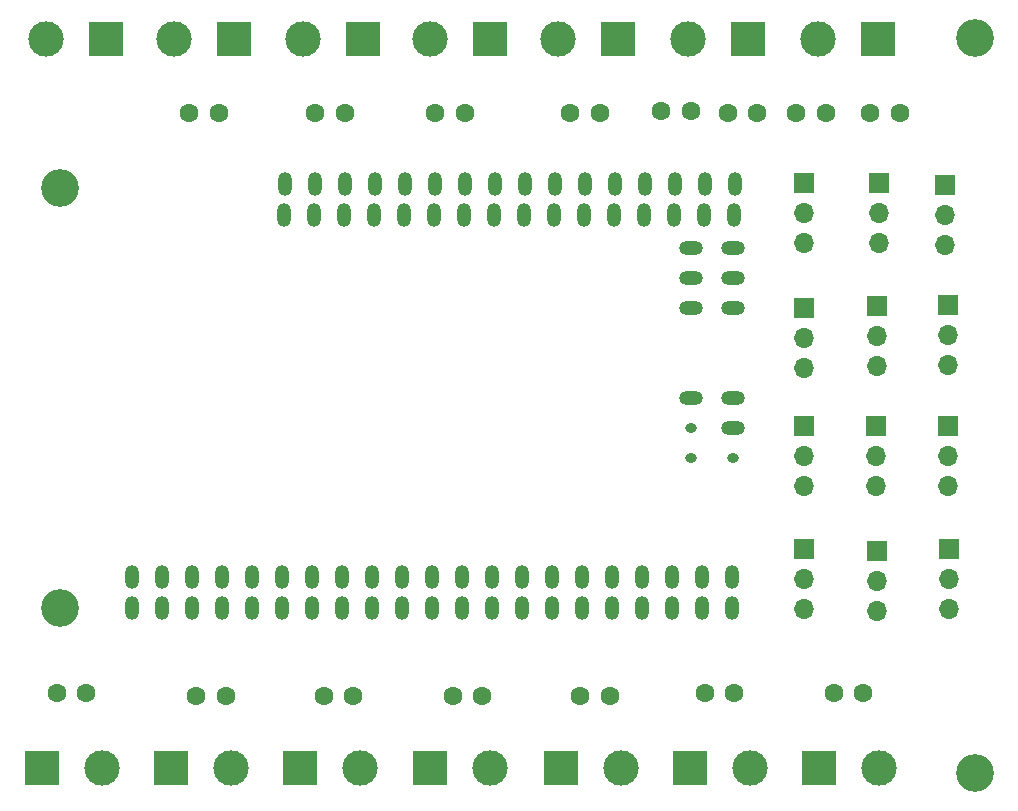
<source format=gbr>
%TF.GenerationSoftware,KiCad,Pcbnew,(5.1.9)-1*%
%TF.CreationDate,2021-10-03T22:41:08+01:00*%
%TF.ProjectId,cessna-panel-pcb,63657373-6e61-42d7-9061-6e656c2d7063,rev?*%
%TF.SameCoordinates,Original*%
%TF.FileFunction,Soldermask,Top*%
%TF.FilePolarity,Negative*%
%FSLAX46Y46*%
G04 Gerber Fmt 4.6, Leading zero omitted, Abs format (unit mm)*
G04 Created by KiCad (PCBNEW (5.1.9)-1) date 2021-10-03 22:41:08*
%MOMM*%
%LPD*%
G01*
G04 APERTURE LIST*
%ADD10C,3.000000*%
%ADD11R,3.000000X3.000000*%
%ADD12C,3.200000*%
%ADD13O,1.200000X2.000000*%
%ADD14O,2.000000X1.200000*%
%ADD15O,1.000000X0.800000*%
%ADD16O,1.700000X1.700000*%
%ADD17R,1.700000X1.700000*%
%ADD18C,1.600000*%
G04 APERTURE END LIST*
D10*
%TO.C,J2*%
X131694000Y-116463000D03*
D11*
X126614000Y-116463000D03*
%TD*%
D12*
%TO.C,H4*%
X172720000Y-116840000D03*
%TD*%
%TO.C,H3*%
X172720000Y-54610000D03*
%TD*%
%TO.C,H2*%
X95250000Y-102870000D03*
%TD*%
%TO.C,H1*%
X95250000Y-67310000D03*
%TD*%
D13*
%TO.C,MCU1*%
X149580000Y-102910000D03*
X101320000Y-102910000D03*
X103860000Y-102910000D03*
X106400000Y-102910000D03*
X108940000Y-102910000D03*
X111480000Y-102910000D03*
X114020000Y-102910000D03*
X116560000Y-102910000D03*
X119100000Y-102910000D03*
X121640000Y-102910000D03*
X124180000Y-102910000D03*
X126720000Y-102910000D03*
X129260000Y-102910000D03*
X131800000Y-102910000D03*
X134340000Y-102910000D03*
X136880000Y-102910000D03*
X144500000Y-102910000D03*
X141960000Y-102910000D03*
X139420000Y-102910000D03*
X152120000Y-102910000D03*
X147040000Y-102910000D03*
X101350000Y-100260000D03*
X103890000Y-100260000D03*
X106430000Y-100260000D03*
X108970000Y-100260000D03*
X111510000Y-100260000D03*
X114050000Y-100260000D03*
X116590000Y-100260000D03*
X119130000Y-100260000D03*
X121670000Y-100260000D03*
X124210000Y-100260000D03*
X126750000Y-100260000D03*
X129290000Y-100260000D03*
X131830000Y-100260000D03*
X134370000Y-100260000D03*
X136910000Y-100260000D03*
X139450000Y-100260000D03*
X141990000Y-100260000D03*
X144530000Y-100260000D03*
X147070000Y-100260000D03*
X149610000Y-100260000D03*
X152150000Y-100260000D03*
D14*
X152206667Y-74987845D03*
D15*
X148636667Y-90227845D03*
X148636667Y-87687845D03*
D14*
X148636667Y-85147845D03*
D15*
X152206667Y-90227845D03*
D14*
X152206667Y-87687845D03*
X152206667Y-85147845D03*
X152206667Y-72447845D03*
X152206667Y-77527845D03*
X148636667Y-77527845D03*
X148636667Y-74987845D03*
X148636667Y-72447845D03*
D13*
X149800000Y-69630000D03*
X114240000Y-69630000D03*
X116780000Y-69630000D03*
X119320000Y-69630000D03*
X121860000Y-69630000D03*
X124400000Y-69630000D03*
X126940000Y-69630000D03*
X129480000Y-69630000D03*
X132020000Y-69630000D03*
X134560000Y-69630000D03*
X137100000Y-69630000D03*
X144720000Y-69630000D03*
X142180000Y-69630000D03*
X139640000Y-69630000D03*
X152340000Y-69630000D03*
X147260000Y-69630000D03*
X114270000Y-66980000D03*
X116810000Y-66980000D03*
X119350000Y-66980000D03*
X121890000Y-66980000D03*
X124430000Y-66980000D03*
X126970000Y-66980000D03*
X129510000Y-66980000D03*
X132050000Y-66980000D03*
X134590000Y-66980000D03*
X137130000Y-66980000D03*
X139670000Y-66980000D03*
X142210000Y-66980000D03*
X144750000Y-66980000D03*
X147290000Y-66980000D03*
X149830000Y-66980000D03*
X152370000Y-66980000D03*
%TD*%
D10*
%TO.C,J26*%
X126619000Y-54737000D03*
D11*
X131699000Y-54737000D03*
%TD*%
D10*
%TO.C,J25*%
X159397000Y-54733000D03*
D11*
X164477000Y-54733000D03*
%TD*%
D10*
%TO.C,J24*%
X148463000Y-54737000D03*
D11*
X153543000Y-54737000D03*
%TD*%
D10*
%TO.C,J23*%
X137414000Y-54737000D03*
D11*
X142494000Y-54737000D03*
%TD*%
D10*
%TO.C,J22*%
X142729000Y-116463000D03*
D11*
X137649000Y-116463000D03*
%TD*%
D10*
%TO.C,J21*%
X164592000Y-116459000D03*
D11*
X159512000Y-116459000D03*
%TD*%
D16*
%TO.C,J20*%
X170561000Y-102997000D03*
X170561000Y-100457000D03*
D17*
X170561000Y-97917000D03*
%TD*%
D16*
%TO.C,J19*%
X164465000Y-103124000D03*
X164465000Y-100584000D03*
D17*
X164465000Y-98044000D03*
%TD*%
D16*
%TO.C,J18*%
X158242000Y-102997000D03*
X158242000Y-100457000D03*
D17*
X158242000Y-97917000D03*
%TD*%
D16*
%TO.C,J17*%
X170434000Y-92583000D03*
X170434000Y-90043000D03*
D17*
X170434000Y-87503000D03*
%TD*%
D10*
%TO.C,J16*%
X104902000Y-54737000D03*
D11*
X109982000Y-54737000D03*
%TD*%
D16*
%TO.C,J15*%
X164338000Y-92583000D03*
X164338000Y-90043000D03*
D17*
X164338000Y-87503000D03*
%TD*%
D16*
%TO.C,J14*%
X158242000Y-92583000D03*
X158242000Y-90043000D03*
D17*
X158242000Y-87503000D03*
%TD*%
D16*
%TO.C,J13*%
X170434000Y-82296000D03*
X170434000Y-79756000D03*
D17*
X170434000Y-77216000D03*
%TD*%
D16*
%TO.C,J12*%
X164465000Y-82423000D03*
X164465000Y-79883000D03*
D17*
X164465000Y-77343000D03*
%TD*%
D16*
%TO.C,J11*%
X158242000Y-82550000D03*
X158242000Y-80010000D03*
D17*
X158242000Y-77470000D03*
%TD*%
D16*
%TO.C,J10*%
X170180000Y-72136000D03*
X170180000Y-69596000D03*
D17*
X170180000Y-67056000D03*
%TD*%
D16*
%TO.C,J9*%
X164592000Y-72009000D03*
X164592000Y-69469000D03*
D17*
X164592000Y-66929000D03*
%TD*%
D16*
%TO.C,J8*%
X158242000Y-72009000D03*
X158242000Y-69469000D03*
D17*
X158242000Y-66929000D03*
%TD*%
D10*
%TO.C,J7*%
X94107000Y-54737000D03*
D11*
X99187000Y-54737000D03*
%TD*%
D10*
%TO.C,J6*%
X109737000Y-116463000D03*
D11*
X104657000Y-116463000D03*
%TD*%
D10*
%TO.C,J5*%
X153670000Y-116459000D03*
D11*
X148590000Y-116459000D03*
%TD*%
D10*
%TO.C,J4*%
X120652000Y-116463000D03*
D11*
X115572000Y-116463000D03*
%TD*%
D10*
%TO.C,J3*%
X115824000Y-54737000D03*
D11*
X120904000Y-54737000D03*
%TD*%
D10*
%TO.C,J1*%
X98806000Y-116459000D03*
D11*
X93726000Y-116459000D03*
%TD*%
D18*
%TO.C,C15*%
X127040000Y-60960000D03*
X129540000Y-60960000D03*
%TD*%
%TO.C,C14*%
X160107000Y-60960000D03*
X157607000Y-60960000D03*
%TD*%
%TO.C,C13*%
X151805000Y-60960000D03*
X154305000Y-60960000D03*
%TD*%
%TO.C,C12*%
X148677000Y-60833000D03*
X146177000Y-60833000D03*
%TD*%
%TO.C,C11*%
X138470000Y-60960000D03*
X140970000Y-60960000D03*
%TD*%
%TO.C,C10*%
X163870000Y-60960000D03*
X166370000Y-60960000D03*
%TD*%
%TO.C,C9*%
X141819000Y-110363000D03*
X139319000Y-110363000D03*
%TD*%
%TO.C,C8*%
X163282000Y-110109000D03*
X160782000Y-110109000D03*
%TD*%
%TO.C,C7*%
X106212000Y-60960000D03*
X108712000Y-60960000D03*
%TD*%
%TO.C,C6*%
X109307000Y-110363000D03*
X106807000Y-110363000D03*
%TD*%
%TO.C,C5*%
X152360000Y-110109000D03*
X149860000Y-110109000D03*
%TD*%
%TO.C,C4*%
X120102000Y-110363000D03*
X117602000Y-110363000D03*
%TD*%
%TO.C,C3*%
X116880000Y-60960000D03*
X119380000Y-60960000D03*
%TD*%
%TO.C,C2*%
X131024000Y-110363000D03*
X128524000Y-110363000D03*
%TD*%
%TO.C,C1*%
X97496000Y-110109000D03*
X94996000Y-110109000D03*
%TD*%
M02*

</source>
